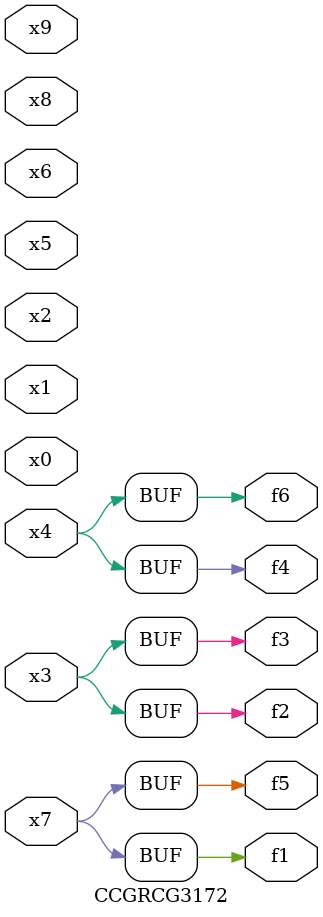
<source format=v>
module CCGRCG3172(
	input x0, x1, x2, x3, x4, x5, x6, x7, x8, x9,
	output f1, f2, f3, f4, f5, f6
);
	assign f1 = x7;
	assign f2 = x3;
	assign f3 = x3;
	assign f4 = x4;
	assign f5 = x7;
	assign f6 = x4;
endmodule

</source>
